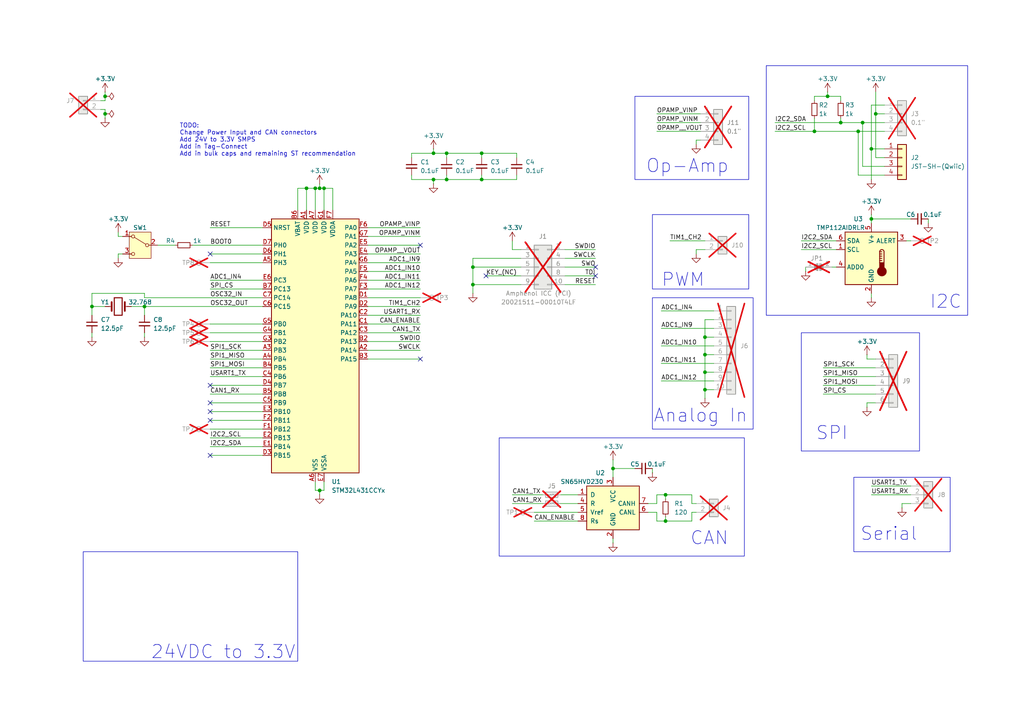
<source format=kicad_sch>
(kicad_sch (version 20231120) (generator "eeschema") (generator_version "8.0")
  (paper "A4")
  (lib_symbols
    (symbol "Connector:TestPoint" (pin_numbers hide) (pin_names (offset 0.762) hide)
      (property "Reference" "TP" (at 0 6.858 0))
      (property "Value" "TestPoint" (at 0 5.08 0))
      (symbol "TestPoint_1_1"
        (pin passive line (at 0 0 90) (length 2.54) (name "1") (number "1"))
      )
    )
    (symbol "Connector_Generic:Conn_01x02" (pin_names (offset 1.016) hide)
      (property "Reference" "J" (at 0 2.54 0))
      (property "Value" "Conn_01x02" (at 0 -5.08 0))
      (symbol "Conn_01x02_1_1"
        (pin passive line (at -5.08 0 0) (length 3.81) (name "Pin_1") (number "1"))
        (pin passive line (at -5.08 -2.54 0) (length 3.81) (name "Pin_2") (number "2"))
      )
    )
    (symbol "Connector_Generic:Conn_01x03" (pin_names (offset 1.016) hide)
      (property "Reference" "J" (at 0 5.08 0))
      (property "Value" "Conn_01x03" (at 0 -5.08 0))
      (symbol "Conn_01x03_1_1"
        (pin passive line (at -5.08 2.54 0) (length 3.81) (name "Pin_1") (number "1"))
        (pin passive line (at -5.08 0 0) (length 3.81) (name "Pin_2") (number "2"))
        (pin passive line (at -5.08 -2.54 0) (length 3.81) (name "Pin_3") (number "3"))
      )
    )
    (symbol "Connector_Generic:Conn_01x04" (pin_names (offset 1.016) hide)
      (property "Reference" "J" (at 0 5.08 0))
      (property "Value" "Conn_01x04" (at 0 -7.62 0))
      (symbol "Conn_01x04_1_1"
        (pin passive line (at -5.08 2.54 0) (length 3.81) (name "Pin_1") (number "1"))
        (pin passive line (at -5.08 0 0) (length 3.81) (name "Pin_2") (number "2"))
        (pin passive line (at -5.08 -2.54 0) (length 3.81) (name "Pin_3") (number "3"))
        (pin passive line (at -5.08 -5.08 0) (length 3.81) (name "Pin_4") (number "4"))
      )
    )
    (symbol "Connector_Generic:Conn_01x06" (pin_names (offset 1.016) hide)
      (property "Reference" "J" (at 0 7.62 0))
      (property "Value" "Conn_01x06" (at 0 -10.16 0))
      (symbol "Conn_01x06_1_1"
        (pin passive line (at -5.08 5.08 0) (length 3.81) (name "Pin_1") (number "1"))
        (pin passive line (at -5.08 2.54 0) (length 3.81) (name "Pin_2") (number "2"))
        (pin passive line (at -5.08 0 0) (length 3.81) (name "Pin_3") (number "3"))
        (pin passive line (at -5.08 -2.54 0) (length 3.81) (name "Pin_4") (number "4"))
        (pin passive line (at -5.08 -5.08 0) (length 3.81) (name "Pin_5") (number "5"))
        (pin passive line (at -5.08 -7.62 0) (length 3.81) (name "Pin_6") (number "6"))
      )
    )
    (symbol "Connector_Generic:Conn_01x10" (pin_names (offset 1.016) hide)
      (property "Reference" "J" (at 0 12.7 0))
      (property "Value" "Conn_01x10" (at 0 -15.24 0))
      (symbol "Conn_01x10_1_1"
        (pin passive line (at -5.08 10.16 0) (length 3.81) (name "Pin_1") (number "1"))
        (pin passive line (at -5.08 -12.7 0) (length 3.81) (name "Pin_10") (number "10"))
        (pin passive line (at -5.08 7.62 0) (length 3.81) (name "Pin_2") (number "2"))
        (pin passive line (at -5.08 5.08 0) (length 3.81) (name "Pin_3") (number "3"))
        (pin passive line (at -5.08 2.54 0) (length 3.81) (name "Pin_4") (number "4"))
        (pin passive line (at -5.08 0 0) (length 3.81) (name "Pin_5") (number "5"))
        (pin passive line (at -5.08 -2.54 0) (length 3.81) (name "Pin_6") (number "6"))
        (pin passive line (at -5.08 -5.08 0) (length 3.81) (name "Pin_7") (number "7"))
        (pin passive line (at -5.08 -7.62 0) (length 3.81) (name "Pin_8") (number "8"))
        (pin passive line (at -5.08 -10.16 0) (length 3.81) (name "Pin_9") (number "9"))
      )
    )
    (symbol "Connector_Generic:Conn_02x05_Odd_Even" (pin_names (offset 1.016) hide)
      (property "Reference" "J" (at 1.27 7.62 0))
      (property "Value" "Conn_02x05_Odd_Even" (at 1.27 -7.62 0))
      (symbol "Conn_02x05_Odd_Even_1_1"
        (pin passive line (at -5.08 5.08 0) (length 3.81) (name "Pin_1") (number "1"))
        (pin passive line (at 7.62 -5.08 180) (length 3.81) (name "Pin_10") (number "10"))
        (pin passive line (at 7.62 5.08 180) (length 3.81) (name "Pin_2") (number "2"))
        (pin passive line (at -5.08 2.54 0) (length 3.81) (name "Pin_3") (number "3"))
        (pin passive line (at 7.62 2.54 180) (length 3.81) (name "Pin_4") (number "4"))
        (pin passive line (at -5.08 0 0) (length 3.81) (name "Pin_5") (number "5"))
        (pin passive line (at 7.62 0 180) (length 3.81) (name "Pin_6") (number "6"))
        (pin passive line (at -5.08 -2.54 0) (length 3.81) (name "Pin_7") (number "7"))
        (pin passive line (at 7.62 -2.54 180) (length 3.81) (name "Pin_8") (number "8"))
        (pin passive line (at -5.08 -5.08 0) (length 3.81) (name "Pin_9") (number "9"))
      )
    )
    (symbol "Device:C_Small" (pin_numbers hide) (pin_names (offset 0.254) hide)
      (property "Reference" "C" (at 0.254 1.778 0))
      (property "Value" "C_Small" (at 0.254 -2.032 0))
      (symbol "C_Small_1_1"
        (pin passive line (at 0 2.54 270) (length 2.032) (name "~") (number "1"))
        (pin passive line (at 0 -2.54 90) (length 2.032) (name "~") (number "2"))
      )
    )
    (symbol "Device:Crystal" (pin_numbers hide) (pin_names (offset 1.016) hide)
      (property "Reference" "Y" (at 0 3.81 0))
      (property "Value" "Crystal" (at 0 -3.81 0))
      (symbol "Crystal_1_1"
        (pin passive line (at -3.81 0 0) (length 1.27) (name "1") (number "1"))
        (pin passive line (at 3.81 0 180) (length 1.27) (name "2") (number "2"))
      )
    )
    (symbol "Device:R_Small" (pin_numbers hide) (pin_names (offset 0.254) hide)
      (property "Reference" "R" (at 0.762 0.508 0))
      (property "Value" "R_Small" (at 0.762 -1.016 0))
      (symbol "R_Small_1_1"
        (pin passive line (at 0 2.54 270) (length 0.762) (name "~") (number "1"))
        (pin passive line (at 0 -2.54 90) (length 0.762) (name "~") (number "2"))
      )
    )
    (symbol "Interface_CAN_LIN:SN65HVD230" (pin_names (offset 1.016))
      (property "Reference" "U" (at -2.54 10.16 0))
      (property "Value" "SN65HVD230" (at -2.54 7.62 0))
      (symbol "SN65HVD230_1_1"
        (pin input line (at -10.16 2.54 0) (length 2.54) (name "D") (number "1"))
        (pin power_in line (at 0 -10.16 90) (length 2.54) (name "GND") (number "2"))
        (pin power_in line (at 0 7.62 270) (length 2.54) (name "VCC") (number "3"))
        (pin output line (at -10.16 0 0) (length 2.54) (name "R") (number "4"))
        (pin output line (at -10.16 -2.54 0) (length 2.54) (name "Vref") (number "5"))
        (pin bidirectional line (at 10.16 -2.54 180) (length 2.54) (name "CANL") (number "6"))
        (pin bidirectional line (at 10.16 0 180) (length 2.54) (name "CANH") (number "7"))
        (pin input line (at -10.16 -5.08 0) (length 2.54) (name "Rs") (number "8"))
      )
    )
    (symbol "Jumper:SolderJumper_2_Bridged" (pin_names (offset 0) hide)
      (property "Reference" "JP" (at 0 2.032 0))
      (property "Value" "SolderJumper_2_Bridged" (at 0 -2.54 0))
      (symbol "SolderJumper_2_Bridged_1_1"
        (pin passive line (at -3.81 0 0) (length 2.54) (name "A") (number "1"))
        (pin passive line (at 3.81 0 180) (length 2.54) (name "B") (number "2"))
      )
    )
    (symbol "MCU_ST_STM32L4:STM32L431CCYx"
      (property "Reference" "U" (at -12.7 39.37 0))
      (property "Value" "STM32L431CCYx" (at 7.62 39.37 0))
      (symbol "STM32L431CCYx_1_1"
        (pin power_in line (at -2.54 40.64 270) (length 2.54) (name "VDD") (number "A1"))
        (pin bidirectional line (at 15.24 0 180) (length 2.54) (name "PA14") (number "A2"))
        (pin bidirectional line (at -15.24 0 0) (length 2.54) (name "PB3") (number "A3"))
        (pin bidirectional line (at -15.24 -2.54 0) (length 2.54) (name "PB4") (number "A4"))
        (pin bidirectional line (at -15.24 25.4 0) (length 2.54) (name "PH3") (number "A5"))
        (pin power_in line (at 0 -38.1 90) (length 2.54) (name "VSS") (number "A6"))
        (pin power_in line (at 0 40.64 270) (length 2.54) (name "VDD") (number "A7"))
        (pin passive line (at 0 -38.1 90) (length 2.54) hide (name "VSS") (number "B1"))
        (pin bidirectional line (at 15.24 2.54 180) (length 2.54) (name "PA13") (number "B2"))
        (pin bidirectional line (at 15.24 -2.54 180) (length 2.54) (name "PA15") (number "B3"))
        (pin bidirectional line (at -15.24 -5.08 0) (length 2.54) (name "PB5") (number "B4"))
        (pin bidirectional line (at -15.24 -12.7 0) (length 2.54) (name "PB8") (number "B5"))
        (pin power_in line (at -5.08 40.64 270) (length 2.54) (name "VBAT") (number "B6"))
        (pin bidirectional line (at -15.24 17.78 0) (length 2.54) (name "PC13") (number "B7"))
        (pin bidirectional line (at 15.24 7.62 180) (length 2.54) (name "PA11") (number "C1"))
        (pin bidirectional line (at 15.24 10.16 180) (length 2.54) (name "PA10") (number "C2"))
        (pin bidirectional line (at 15.24 5.08 180) (length 2.54) (name "PA12") (number "C3"))
        (pin bidirectional line (at -15.24 -7.62 0) (length 2.54) (name "PB6") (number "C4"))
        (pin bidirectional line (at -15.24 -15.24 0) (length 2.54) (name "PB9") (number "C5"))
        (pin bidirectional line (at -15.24 12.7 0) (length 2.54) (name "PC15") (number "C6"))
        (pin bidirectional line (at -15.24 15.24 0) (length 2.54) (name "PC14") (number "C7"))
        (pin bidirectional line (at 15.24 15.24 180) (length 2.54) (name "PA8") (number "D1"))
        (pin bidirectional line (at 15.24 12.7 180) (length 2.54) (name "PA9") (number "D2"))
        (pin bidirectional line (at -15.24 -30.48 0) (length 2.54) (name "PB15") (number "D3"))
        (pin bidirectional line (at -15.24 -10.16 0) (length 2.54) (name "PB7") (number "D4"))
        (pin input line (at -15.24 35.56 0) (length 2.54) (name "NRST") (number "D5"))
        (pin bidirectional line (at -15.24 27.94 0) (length 2.54) (name "PH1") (number "D6"))
        (pin bidirectional line (at -15.24 30.48 0) (length 2.54) (name "PH0") (number "D7"))
        (pin bidirectional line (at -15.24 -27.94 0) (length 2.54) (name "PB14") (number "E1"))
        (pin bidirectional line (at -15.24 -25.4 0) (length 2.54) (name "PB13") (number "E2"))
        (pin bidirectional line (at -15.24 -17.78 0) (length 2.54) (name "PB10") (number "E3"))
        (pin bidirectional line (at 15.24 27.94 180) (length 2.54) (name "PA3") (number "E4"))
        (pin bidirectional line (at 15.24 30.48 180) (length 2.54) (name "PA2") (number "E5"))
        (pin bidirectional line (at -15.24 20.32 0) (length 2.54) (name "PC3") (number "E6"))
        (pin power_in line (at 2.54 -38.1 90) (length 2.54) (name "VSSA") (number "E7"))
        (pin bidirectional line (at -15.24 -22.86 0) (length 2.54) (name "PB12") (number "F1"))
        (pin bidirectional line (at -15.24 -20.32 0) (length 2.54) (name "PB11") (number "F2"))
        (pin bidirectional line (at 15.24 17.78 180) (length 2.54) (name "PA7") (number "F3"))
        (pin bidirectional line (at 15.24 20.32 180) (length 2.54) (name "PA6") (number "F4"))
        (pin bidirectional line (at 15.24 22.86 180) (length 2.54) (name "PA5") (number "F5"))
        (pin bidirectional line (at 15.24 35.56 180) (length 2.54) (name "PA0") (number "F6"))
        (pin power_in line (at 5.08 40.64 270) (length 2.54) (name "VDDA") (number "F7"))
        (pin power_in line (at 2.54 40.64 270) (length 2.54) (name "VDD") (number "G1"))
        (pin passive line (at 0 -38.1 90) (length 2.54) hide (name "VSS") (number "G2"))
        (pin bidirectional line (at -15.24 2.54 0) (length 2.54) (name "PB2") (number "G3"))
        (pin bidirectional line (at -15.24 5.08 0) (length 2.54) (name "PB1") (number "G4"))
        (pin bidirectional line (at -15.24 7.62 0) (length 2.54) (name "PB0") (number "G5"))
        (pin bidirectional line (at 15.24 25.4 180) (length 2.54) (name "PA4") (number "G6"))
        (pin bidirectional line (at 15.24 33.02 180) (length 2.54) (name "PA1") (number "G7"))
      )
    )
    (symbol "SKEC_Symbols:RX_TX_Swap" (pin_numbers hide) (pin_names (offset 0.254) hide) (in_bom no)
      (symbol "RX_TX_Swap_1_1"
        (text "JUMPER" (at 0 -2.54 0) (effects (font (size 0.5 0.5))))
        (text "JUMPER" (at 0 0 0) (effects (font (size 0.5 0.5))))
        (pin passive line (at -2.54 0 0) (length 0.762) (name "~") (number "1A"))
        (pin passive line (at -2.54 -2.54 0) (length 0.762) (name "~") (number "1B"))
        (pin passive line (at 2.54 0 180) (length 0.762) (name "~") (number "2A"))
        (pin passive line (at 2.54 -2.54 180) (length 0.762) (name "~") (number "2B"))
      )
    )
    (symbol "Sensor_Temperature:TMP112xxDRL"
      (property "Reference" "U" (at -2.54 10.795 0))
      (property "Value" "TMP112xxDRL" (at -2.54 8.89 0))
      (symbol "TMP112xxDRL_1_1"
        (pin input line (at -10.16 2.54 0) (length 2.54) (name "SCL") (number "1"))
        (pin power_in line (at 0 -10.16 90) (length 2.54) (name "GND") (number "2"))
        (pin open_collector line (at 10.16 5.08 180) (length 2.54) (name "ALERT") (number "3"))
        (pin input line (at -10.16 -2.54 0) (length 2.54) (name "ADD0") (number "4"))
        (pin power_in line (at 0 10.16 270) (length 2.54) (name "V+") (number "5"))
        (pin bidirectional line (at -10.16 5.08 0) (length 2.54) (name "SDA") (number "6"))
      )
    )
    (symbol "Switch:SW_SPDT" (pin_names (offset 0) hide)
      (property "Reference" "SW" (at 0 5.08 0))
      (property "Value" "SW_SPDT" (at 0 -5.08 0))
      (symbol "SW_SPDT_1_1"
        (pin passive line (at 5.08 2.54 180) (length 2.54) (name "A") (number "1"))
        (pin passive line (at -5.08 0 0) (length 2.54) (name "B") (number "2"))
        (pin passive line (at 5.08 -2.54 180) (length 2.54) (name "C") (number "3"))
      )
    )
    (symbol "power:+3.3V" (power) (pin_numbers hide) (pin_names (offset 0) hide)
      (property "Value" "+3.3V" (at 0 3.556 0))
      (symbol "+3.3V_1_1"
        (pin power_in line (at 0 0 90) (length 0) (name "~") (number "1"))
      )
    )
    (symbol "power:GND" (power) (pin_numbers hide) (pin_names (offset 0) hide)
      (property "Value" "GND" (at 0 -3.81 0))
      (symbol "GND_1_1"
        (pin power_in line (at 0 0 270) (length 0) (name "~") (number "1"))
      )
    )
    (symbol "power:PWR_FLAG" (power) (pin_numbers hide) (pin_names (offset 0) hide)
      (property "Value" "PWR_FLAG" (at 0 3.81 0))
      (symbol "PWR_FLAG_0_0"
        (pin power_out line (at 0 0 90) (length 0) (name "~") (number "1"))
      )
    )
  )
  (junction (at 204.47 107.95))
  (junction (at 88.9 54.61))
  (junction (at 129.54 44.45))
  (junction (at 193.04 151.13))
  (junction (at 92.71 142.24))
  (junction (at 252.73 43.18))
  (junction (at 139.7 44.45))
  (junction (at 243.84 35.56))
  (junction (at 252.73 63.5))
  (junction (at 240.03 27.94))
  (junction (at 91.44 54.61))
  (junction (at 92.71 54.61))
  (junction (at 139.7 52.07))
  (junction (at 204.47 97.79))
  (junction (at 30.48 33.02))
  (junction (at 250.19 35.56))
  (junction (at 41.91 88.9))
  (junction (at 129.54 52.07))
  (junction (at 125.73 52.07))
  (junction (at 93.98 54.61))
  (junction (at 248.92 38.1))
  (junction (at 177.8 135.89))
  (junction (at 137.16 77.47))
  (junction (at 137.16 82.55))
  (junction (at 193.04 143.51))
  (junction (at 204.47 102.87))
  (junction (at 254 33.02))
  (junction (at 204.47 113.03))
  (junction (at 125.73 44.45))
  (junction (at 30.48 27.94))
  (junction (at 236.22 38.1))
  (junction (at 26.67 88.9))
  (no_connect (at 60.96 116.84))
  (no_connect (at 60.96 73.66))
  (no_connect (at 121.92 104.14))
  (no_connect (at 140.97 80.01))
  (no_connect (at 60.96 119.38))
  (no_connect (at 60.96 121.92))
  (no_connect (at 172.72 80.01))
  (no_connect (at 172.72 77.47))
  (no_connect (at 60.96 111.76))
  (no_connect (at 121.92 71.12))
  (no_connect (at 60.96 132.08))
  (wire (pts (xy 137.16 77.47) (xy 151.13 77.47)))
  (wire (pts (xy 93.98 139.7) (xy 93.98 142.24)))
  (wire (pts (xy 254 114.3) (xy 238.76 114.3)))
  (wire (pts (xy 187.96 146.05) (xy 190.5 146.05)))
  (wire (pts (xy 203.2 33.02) (xy 190.5 33.02)))
  (wire (pts (xy 254 45.72) (xy 256.54 45.72)))
  (wire (pts (xy 207.01 102.87) (xy 204.47 102.87)))
  (wire (pts (xy 261.62 146.05) (xy 264.16 146.05)))
  (wire (pts (xy 129.54 44.45) (xy 125.73 44.45)))
  (wire (pts (xy 190.5 148.59) (xy 190.5 151.13)))
  (wire (pts (xy 177.8 133.35) (xy 177.8 135.89)))
  (wire (pts (xy 26.67 96.52) (xy 26.67 97.79)))
  (wire (pts (xy 204.47 115.57) (xy 204.47 113.03)))
  (wire (pts (xy 60.96 109.22) (xy 76.2 109.22)))
  (wire (pts (xy 106.68 99.06) (xy 121.92 99.06)))
  (wire (pts (xy 201.93 72.39) (xy 201.93 73.66)))
  (wire (pts (xy 243.84 29.21) (xy 243.84 27.94)))
  (wire (pts (xy 207.01 97.79) (xy 204.47 97.79)))
  (wire (pts (xy 30.48 33.02) (xy 30.48 34.29)))
  (wire (pts (xy 203.2 35.56) (xy 190.5 35.56)))
  (wire (pts (xy 238.76 109.22) (xy 254 109.22)))
  (wire (pts (xy 137.16 82.55) (xy 137.16 85.09)))
  (wire (pts (xy 201.93 148.59) (xy 200.66 148.59)))
  (wire (pts (xy 106.68 93.98) (xy 121.92 93.98)))
  (wire (pts (xy 60.96 127) (xy 76.2 127)))
  (wire (pts (xy 76.2 66.04) (xy 60.96 66.04)))
  (wire (pts (xy 177.8 135.89) (xy 184.15 135.89)))
  (wire (pts (xy 93.98 142.24) (xy 92.71 142.24)))
  (wire (pts (xy 236.22 34.29) (xy 236.22 38.1)))
  (wire (pts (xy 251.46 116.84) (xy 254 116.84)))
  (wire (pts (xy 26.67 88.9) (xy 26.67 91.44)))
  (wire (pts (xy 163.83 80.01) (xy 172.72 80.01)))
  (wire (pts (xy 106.68 101.6) (xy 121.92 101.6)))
  (wire (pts (xy 148.59 146.05) (xy 157.48 146.05)))
  (wire (pts (xy 193.04 143.51) (xy 200.66 143.51)))
  (wire (pts (xy 207.01 95.25) (xy 191.77 95.25)))
  (wire (pts (xy 55.88 71.12) (xy 76.2 71.12)))
  (wire (pts (xy 207.01 113.03) (xy 204.47 113.03)))
  (wire (pts (xy 137.16 82.55) (xy 151.13 82.55)))
  (wire (pts (xy 248.92 50.8) (xy 248.92 38.1)))
  (wire (pts (xy 204.47 113.03) (xy 204.47 107.95)))
  (wire (pts (xy 34.29 67.31) (xy 34.29 68.58)))
  (wire (pts (xy 252.73 63.5) (xy 252.73 64.77)))
  (wire (pts (xy 252.73 85.09) (xy 252.73 86.36)))
  (wire (pts (xy 207.01 100.33) (xy 191.77 100.33)))
  (wire (pts (xy 250.19 35.56) (xy 250.19 48.26)))
  (wire (pts (xy 41.91 88.9) (xy 41.91 91.44)))
  (wire (pts (xy 139.7 44.45) (xy 129.54 44.45)))
  (wire (pts (xy 41.91 85.09) (xy 26.67 85.09)))
  (wire (pts (xy 106.68 86.36) (xy 121.92 86.36)))
  (wire (pts (xy 201.93 72.39) (xy 204.47 72.39)))
  (wire (pts (xy 248.92 38.1) (xy 256.54 38.1)))
  (wire (pts (xy 256.54 30.48) (xy 252.73 30.48)))
  (wire (pts (xy 177.8 156.21) (xy 177.8 157.48)))
  (wire (pts (xy 252.73 62.23) (xy 252.73 63.5)))
  (wire (pts (xy 149.86 45.72) (xy 149.86 44.45)))
  (wire (pts (xy 60.96 111.76) (xy 76.2 111.76)))
  (wire (pts (xy 60.96 129.54) (xy 76.2 129.54)))
  (wire (pts (xy 243.84 35.56) (xy 250.19 35.56)))
  (wire (pts (xy 252.73 43.18) (xy 256.54 43.18)))
  (wire (pts (xy 125.73 44.45) (xy 119.38 44.45)))
  (wire (pts (xy 207.01 110.49) (xy 191.77 110.49)))
  (wire (pts (xy 106.68 83.82) (xy 121.92 83.82)))
  (wire (pts (xy 251.46 104.14) (xy 254 104.14)))
  (wire (pts (xy 45.72 71.12) (xy 50.8 71.12)))
  (wire (pts (xy 92.71 54.61) (xy 93.98 54.61)))
  (wire (pts (xy 106.68 76.2) (xy 121.92 76.2)))
  (wire (pts (xy 60.96 124.46) (xy 76.2 124.46)))
  (wire (pts (xy 232.41 69.85) (xy 242.57 69.85)))
  (wire (pts (xy 106.68 78.74) (xy 121.92 78.74)))
  (wire (pts (xy 92.71 53.34) (xy 92.71 54.61)))
  (wire (pts (xy 106.68 88.9) (xy 121.92 88.9)))
  (wire (pts (xy 91.44 54.61) (xy 92.71 54.61)))
  (wire (pts (xy 91.44 60.96) (xy 91.44 54.61)))
  (wire (pts (xy 60.96 119.38) (xy 76.2 119.38)))
  (wire (pts (xy 106.68 66.04) (xy 121.92 66.04)))
  (wire (pts (xy 60.96 132.08) (xy 76.2 132.08)))
  (wire (pts (xy 224.79 35.56) (xy 243.84 35.56)))
  (wire (pts (xy 137.16 74.93) (xy 151.13 74.93)))
  (wire (pts (xy 139.7 52.07) (xy 149.86 52.07)))
  (wire (pts (xy 254 33.02) (xy 254 45.72)))
  (wire (pts (xy 60.96 73.66) (xy 76.2 73.66)))
  (wire (pts (xy 251.46 118.11) (xy 251.46 116.84)))
  (wire (pts (xy 236.22 38.1) (xy 248.92 38.1)))
  (wire (pts (xy 125.73 52.07) (xy 129.54 52.07)))
  (wire (pts (xy 139.7 50.8) (xy 139.7 52.07)))
  (wire (pts (xy 154.94 151.13) (xy 167.64 151.13)))
  (wire (pts (xy 148.59 72.39) (xy 151.13 72.39)))
  (wire (pts (xy 148.59 143.51) (xy 157.48 143.51)))
  (wire (pts (xy 254 106.68) (xy 238.76 106.68)))
  (wire (pts (xy 262.89 69.85) (xy 264.16 69.85)))
  (wire (pts (xy 106.68 91.44) (xy 121.92 91.44)))
  (wire (pts (xy 200.66 148.59) (xy 200.66 151.13)))
  (wire (pts (xy 204.47 97.79) (xy 204.47 92.71)))
  (wire (pts (xy 129.54 52.07) (xy 139.7 52.07)))
  (wire (pts (xy 106.68 68.58) (xy 121.92 68.58)))
  (wire (pts (xy 60.96 76.2) (xy 76.2 76.2)))
  (wire (pts (xy 26.67 88.9) (xy 30.48 88.9)))
  (wire (pts (xy 162.56 143.51) (xy 167.64 143.51)))
  (wire (pts (xy 177.8 135.89) (xy 177.8 138.43)))
  (wire (pts (xy 193.04 143.51) (xy 193.04 144.78)))
  (wire (pts (xy 224.79 38.1) (xy 236.22 38.1)))
  (wire (pts (xy 41.91 88.9) (xy 76.2 88.9)))
  (wire (pts (xy 60.96 99.06) (xy 76.2 99.06)))
  (wire (pts (xy 106.68 96.52) (xy 121.92 96.52)))
  (wire (pts (xy 163.83 77.47) (xy 172.72 77.47)))
  (wire (pts (xy 240.03 27.94) (xy 236.22 27.94)))
  (wire (pts (xy 241.3 77.47) (xy 242.57 77.47)))
  (wire (pts (xy 243.84 34.29) (xy 243.84 35.56)))
  (wire (pts (xy 148.59 69.85) (xy 148.59 72.39)))
  (wire (pts (xy 269.24 63.5) (xy 269.24 64.77)))
  (wire (pts (xy 106.68 104.14) (xy 121.92 104.14)))
  (wire (pts (xy 207.01 107.95) (xy 204.47 107.95)))
  (wire (pts (xy 137.16 74.93) (xy 137.16 77.47)))
  (wire (pts (xy 92.71 142.24) (xy 91.44 142.24)))
  (wire (pts (xy 38.1 88.9) (xy 41.91 88.9)))
  (wire (pts (xy 125.73 52.07) (xy 125.73 53.34)))
  (wire (pts (xy 193.04 151.13) (xy 200.66 151.13)))
  (wire (pts (xy 194.31 69.85) (xy 204.47 69.85)))
  (wire (pts (xy 203.2 38.1) (xy 190.5 38.1)))
  (wire (pts (xy 162.56 146.05) (xy 167.64 146.05)))
  (wire (pts (xy 200.66 146.05) (xy 200.66 143.51)))
  (wire (pts (xy 252.73 43.18) (xy 252.73 52.07)))
  (wire (pts (xy 261.62 147.32) (xy 261.62 146.05)))
  (wire (pts (xy 254 33.02) (xy 256.54 33.02)))
  (wire (pts (xy 238.76 111.76) (xy 254 111.76)))
  (wire (pts (xy 119.38 52.07) (xy 119.38 50.8)))
  (wire (pts (xy 34.29 68.58) (xy 35.56 68.58)))
  (wire (pts (xy 163.83 74.93) (xy 172.72 74.93)))
  (wire (pts (xy 96.52 54.61) (xy 93.98 54.61)))
  (wire (pts (xy 264.16 143.51) (xy 252.73 143.51)))
  (wire (pts (xy 88.9 60.96) (xy 88.9 54.61)))
  (wire (pts (xy 137.16 77.47) (xy 137.16 82.55)))
  (wire (pts (xy 190.5 143.51) (xy 193.04 143.51)))
  (wire (pts (xy 251.46 102.87) (xy 251.46 104.14)))
  (wire (pts (xy 60.96 116.84) (xy 76.2 116.84)))
  (wire (pts (xy 60.96 104.14) (xy 76.2 104.14)))
  (wire (pts (xy 92.71 142.24) (xy 92.71 143.51)))
  (wire (pts (xy 149.86 52.07) (xy 149.86 50.8)))
  (wire (pts (xy 129.54 50.8) (xy 129.54 52.07)))
  (wire (pts (xy 232.41 72.39) (xy 242.57 72.39)))
  (wire (pts (xy 139.7 44.45) (xy 139.7 45.72)))
  (wire (pts (xy 140.97 80.01) (xy 151.13 80.01)))
  (wire (pts (xy 243.84 27.94) (xy 240.03 27.94)))
  (wire (pts (xy 129.54 44.45) (xy 129.54 45.72)))
  (wire (pts (xy 250.19 48.26) (xy 256.54 48.26)))
  (wire (pts (xy 88.9 54.61) (xy 91.44 54.61)))
  (wire (pts (xy 187.96 148.59) (xy 190.5 148.59)))
  (wire (pts (xy 96.52 60.96) (xy 96.52 54.61)))
  (wire (pts (xy 60.96 93.98) (xy 76.2 93.98)))
  (wire (pts (xy 204.47 102.87) (xy 204.47 97.79)))
  (wire (pts (xy 125.73 52.07) (xy 119.38 52.07)))
  (wire (pts (xy 204.47 92.71) (xy 207.01 92.71)))
  (wire (pts (xy 201.93 41.91) (xy 201.93 40.64)))
  (wire (pts (xy 60.96 101.6) (xy 76.2 101.6)))
  (wire (pts (xy 252.73 30.48) (xy 252.73 43.18)))
  (wire (pts (xy 30.48 29.21) (xy 30.48 27.94)))
  (wire (pts (xy 29.21 31.75) (xy 30.48 31.75)))
  (wire (pts (xy 60.96 121.92) (xy 76.2 121.92)))
  (wire (pts (xy 256.54 35.56) (xy 250.19 35.56)))
  (wire (pts (xy 207.01 105.41) (xy 191.77 105.41)))
  (wire (pts (xy 119.38 44.45) (xy 119.38 45.72)))
  (wire (pts (xy 86.36 54.61) (xy 88.9 54.61)))
  (wire (pts (xy 29.21 29.21) (xy 30.48 29.21)))
  (wire (pts (xy 60.96 81.28) (xy 76.2 81.28)))
  (wire (pts (xy 149.86 44.45) (xy 139.7 44.45)))
  (wire (pts (xy 193.04 149.86) (xy 193.04 151.13)))
  (wire (pts (xy 190.5 146.05) (xy 190.5 143.51)))
  (wire (pts (xy 252.73 63.5) (xy 264.16 63.5)))
  (wire (pts (xy 240.03 26.67) (xy 240.03 27.94)))
  (wire (pts (xy 34.29 74.93) (xy 34.29 73.66)))
  (wire (pts (xy 106.68 73.66) (xy 121.92 73.66)))
  (wire (pts (xy 26.67 85.09) (xy 26.67 88.9)))
  (wire (pts (xy 41.91 96.52) (xy 41.91 97.79)))
  (wire (pts (xy 30.48 31.75) (xy 30.48 33.02)))
  (wire (pts (xy 207.01 90.17) (xy 191.77 90.17)))
  (wire (pts (xy 91.44 142.24) (xy 91.44 139.7)))
  (wire (pts (xy 190.5 151.13) (xy 193.04 151.13)))
  (wire (pts (xy 163.83 82.55) (xy 172.72 82.55)))
  (wire (pts (xy 236.22 27.94) (xy 236.22 29.21)))
  (wire (pts (xy 201.93 40.64) (xy 203.2 40.64)))
  (wire (pts (xy 125.73 43.18) (xy 125.73 44.45)))
  (wire (pts (xy 34.29 73.66) (xy 35.56 73.66)))
  (wire (pts (xy 256.54 50.8) (xy 248.92 50.8)))
  (wire (pts (xy 204.47 107.95) (xy 204.47 102.87)))
  (wire (pts (xy 60.96 83.82) (xy 76.2 83.82)))
  (wire (pts (xy 189.23 135.89) (xy 189.23 137.16)))
  (wire (pts (xy 60.96 114.3) (xy 76.2 114.3)))
  (wire (pts (xy 163.83 72.39) (xy 172.72 72.39)))
  (wire (pts (xy 60.96 96.52) (xy 76.2 96.52)))
  (wire (pts (xy 86.36 60.96) (xy 86.36 54.61)))
  (wire (pts (xy 41.91 86.36) (xy 76.2 86.36)))
  (wire (pts (xy 30.48 27.94) (xy 30.48 26.67)))
  (wire (pts (xy 60.96 106.68) (xy 76.2 106.68)))
  (wire (pts (xy 254 26.67) (xy 254 33.02)))
  (wire (pts (xy 264.16 140.97) (xy 252.73 140.97)))
  (wire (pts (xy 201.93 146.05) (xy 200.66 146.05)))
  (wire (pts (xy 41.91 86.36) (xy 41.91 85.09)))
  (wire (pts (xy 93.98 54.61) (xy 93.98 60.96)))
  (wire (pts (xy 154.94 148.59) (xy 167.64 148.59)))
  (wire (pts (xy 233.68 78.74) (xy 233.68 77.47)))
  (wire (pts (xy 106.68 81.28) (xy 121.92 81.28)))
  (wire (pts (xy 106.68 71.12) (xy 121.92 71.12)))
  (rectangle (start 247.65 138.43) (end 275.59 160.02))
  (rectangle (start 184.15 27.94) (end 217.17 52.07))
  (rectangle (start 24.13 160.02) (end 86.36 191.77))
  (rectangle (start 189.23 86.36) (end 218.44 124.46))
  (rectangle (start 144.78 127) (end 215.9 161.29))
  (rectangle (start 222.25 19.05) (end 280.67 91.44))
  (rectangle (start 189.23 62.23) (end 217.17 83.82))
  (rectangle (start 232.41 96.52) (end 266.7 130.81))
  (text "TODO:\nChange Power Input and CAN connectors\nAdd 24V to 3.3V SMPS\nAdd in Tag-Connect\nAdd in bulk caps and remaining ST recommendation" (at 52.07 40.64 0) (effects (font (size 1.27 1.27)) (justify left)))
  (text "24VDC to 3.3V" (at 64.77 189.23 0) (effects (font (size 3.81 3.81))))
  (text "PWM" (at 198.12 81.28 0) (effects (font (size 3.81 3.81))))
  (text "Analog In" (at 203.2 120.65 0) (effects (font (size 3.81 3.81))))
  (text "Op-Amp" (at 199.39 48.26 0) (effects (font (size 3.81 3.81))))
  (text "SPI" (at 241.3 125.73 0) (effects (font (size 3.81 3.81))))
  (text "CAN" (at 205.74 156.21 0) (effects (font (size 3.81 3.81))))
  (text "I2C" (at 274.32 87.63 0) (effects (font (size 3.81 3.81))))
  (text "Serial" (at 257.81 154.94 0) (effects (font (size 3.81 3.81))))
  (label "ADC1_IN9" (at 121.92 76.2 180))
  (label "OSC32_OUT" (at 60.96 88.9 0))
  (label "USART1_TX" (at 60.96 109.22 0))
  (label "ADC1_IN4" (at 60.96 81.28 0))
  (label "OPAMP_VINP" (at 121.92 66.04 180))
  (label "CAN_ENABLE" (at 154.94 151.13 0))
  (label "SWDIO" (at 172.72 72.39 180))
  (label "OPAMP__VOUT" (at 190.5 38.1 0))
  (label "I2C2_SCL" (at 60.96 127 0))
  (label "CAN_ENABLE" (at 121.92 93.98 180))
  (label "ADC1_IN12" (at 191.77 110.49 0))
  (label "OPAMP_VINP" (at 190.5 33.02 0))
  (label "BOOT0" (at 60.96 71.12 0))
  (label "OPAMP_VINM" (at 190.5 35.56 0))
  (label "USART1_TX" (at 252.73 140.97 0))
  (label "RESET" (at 172.72 82.55 180))
  (label "OPAMP_VINM" (at 121.92 68.58 180))
  (label "SWCLK" (at 172.72 74.93 180))
  (label "I2C2_SDA" (at 224.79 35.56 0))
  (label "I2C2_SDA" (at 60.96 129.54 0))
  (label "ADC1_IN11" (at 121.92 81.28 180))
  (label "USART1_RX" (at 121.92 91.44 180))
  (label "SPI1_MISO" (at 238.76 109.22 0))
  (label "RESET" (at 60.96 66.04 0))
  (label "ADC1_IN12" (at 121.92 83.82 180))
  (label "SPI1_SCK" (at 238.76 106.68 0))
  (label "ADC1_IN11" (at 191.77 105.41 0))
  (label "TIM1_CH2" (at 121.92 88.9 180))
  (label "SPI1_MISO" (at 60.96 104.14 0))
  (label "ADC1_IN4" (at 191.77 90.17 0))
  (label "I2C2_SCL" (at 224.79 38.1 0))
  (label "ADC1_IN9" (at 191.77 95.25 0))
  (label "SPI_CS" (at 238.76 114.3 0))
  (label "SWO" (at 172.72 77.47 180))
  (label "OSC32_IN" (at 60.96 86.36 0))
  (label "OPAMP__VOUT" (at 121.92 73.66 180))
  (label "I2C2_SDA" (at 232.41 69.85 0))
  (label "SPI_CS" (at 60.96 83.82 0))
  (label "SPI1_MOSI" (at 238.76 111.76 0))
  (label "ADC1_IN10" (at 191.77 100.33 0))
  (label "CAN1_TX" (at 148.59 143.51 0))
  (label "TDI" (at 172.72 80.01 180))
  (label "USART1_RX" (at 252.73 143.51 0))
  (label "SPI1_MOSI" (at 60.96 106.68 0))
  (label "I2C2_SCL" (at 232.41 72.39 0))
  (label "SWCLK" (at 121.92 101.6 180))
  (label "ADC1_IN10" (at 121.92 78.74 180))
  (label "CAN1_RX" (at 60.96 114.3 0))
  (label "SWDIO" (at 121.92 99.06 180))
  (label "KEY_(NC)" (at 140.97 80.01 0))
  (label "SPI1_SCK" (at 60.96 101.6 0))
  (label "CAN1_RX" (at 148.59 146.05 0))
  (label "TIM1_CH2" (at 194.31 69.85 0))
  (label "CAN1_TX" (at 121.92 96.52 180))
  (symbol (lib_id "power:+3.3V") (at 125.73 43.18 0) (unit 1)
    (property "Reference" "#PWR05" (effects (hide yes)))
    (property "Value" "+3.3V" (at 125.73 39.37 0))
    (property "Description" "Power symbol creates a global label with name \"+3.3V\"" (effects (hide yes)))
  )
  (symbol (lib_id "Connector_Generic:Conn_01x04") (at 261.62 33.02 0) (unit 1) (in_bom no) (dnp yes)
    (property "Reference" "J3" (at 264.16 33.0199 0) (effects (justify left)))
    (property "Value" "0.1\"" (at 264.16 35.5599 0) (effects (justify left)))
    (property "Footprint" "Connector_PinHeader_2.54mm:PinHeader_1x04_P2.54mm_Vertical" (effects (hide yes)))
    (property "Description" "Generic connector, single row, 01x04, script generated (kicad-library-utils/schlib/autogen/connector/)" (effects (hide yes)))
  )
  (symbol (lib_id "Device:C_Small") (at 186.69 135.89 90) (unit 1)
    (property "Reference" "C5" (at 184.15 134.62 90))
    (property "Value" "0.1uF" (at 190.5 134.62 90))
    (property "Footprint" "Capacitor_SMD:C_0402_1005Metric_Pad0.74x0.62mm_HandSolder" (effects (hide yes)))
    (property "Description" "Unpolarized capacitor, small symbol" (effects (hide yes)))
    (property "LCSC Part #" "C60474" (effects (hide yes)))
    (property "Mfg" "Yageo" (effects (hide yes)))
    (property "Part Num" "CC0402KRX7R7BB104" (effects (hide yes)))
  )
  (symbol (lib_id "Connector:TestPoint") (at 60.96 96.52 90) (unit 1) (in_bom no) (dnp yes)
    (property "Reference" "TP5" (at 54.61 96.52 90))
    (property "Value" "TestPoint" (effects (hide yes)))
    (property "Footprint" "TestPoint:TestPoint_Pad_1.0x1.0mm" (effects (hide yes)))
    (property "Description" "test point" (effects (hide yes)))
  )
  (symbol (lib_id "power:GND") (at 269.24 64.77 0) (unit 1)
    (property "Reference" "#PWR017" (effects (hide yes)))
    (property "Value" "GND" (effects (hide yes)))
    (property "Description" "Power symbol creates a global label with name \"GND\" , ground" (effects (hide yes)))
  )
  (symbol (lib_id "Connector:TestPoint") (at 60.96 99.06 90) (unit 1) (in_bom no) (dnp yes)
    (property "Reference" "TP6" (at 54.61 99.06 90))
    (property "Value" "TestPoint" (effects (hide yes)))
    (property "Footprint" "TestPoint:TestPoint_Pad_1.0x1.0mm" (effects (hide yes)))
    (property "Description" "test point" (effects (hide yes)))
  )
  (symbol (lib_id "power:GND") (at 261.62 147.32 0) (mirror y) (unit 1)
    (property "Reference" "#PWR020" (effects (hide yes)))
    (property "Value" "GND" (effects (hide yes)))
    (property "Description" "Power symbol creates a global label with name \"GND\" , ground" (effects (hide yes)))
  )
  (symbol (lib_id "power:GND") (at 30.48 34.29 0) (unit 1)
    (property "Reference" "#PWR015" (effects (hide yes)))
    (property "Value" "GND" (effects (hide yes)))
    (property "Description" "Power symbol creates a global label with name \"GND\" , ground" (effects (hide yes)))
  )
  (symbol (lib_id "power:GND") (at 252.73 86.36 0) (unit 1)
    (property "Reference" "#PWR018" (effects (hide yes)))
    (property "Value" "GND" (effects (hide yes)))
    (property "Description" "Power symbol creates a global label with name \"GND\" , ground" (effects (hide yes)))
  )
  (symbol (lib_id "Connector:TestPoint") (at 121.92 86.36 270) (unit 1) (dnp yes)
    (property "Reference" "TP3" (at 128.27 86.36 90))
    (property "Value" "TestPoint" (effects (hide yes)))
    (property "Footprint" "TestPoint:TestPoint_Pad_1.0x1.0mm" (effects (hide yes)))
    (property "Description" "test point" (effects (hide yes)))
  )
  (symbol (lib_id "power:PWR_FLAG") (at 30.48 33.02 270) (unit 1)
    (property "Reference" "#FLG02" (effects (hide yes)))
    (property "Value" "PWR_FLAG" (effects (hide yes)))
    (property "Description" "Special symbol for telling ERC where power comes from" (effects (hide yes)))
  )
  (symbol (lib_id "Device:C_Small") (at 119.38 48.26 0) (unit 1)
    (property "Reference" "C1" (at 121.92 46.9962 0) (effects (justify left)))
    (property "Value" "0.1uF" (at 121.92 49.5362 0) (effects (justify left)))
    (property "Footprint" "Capacitor_SMD:C_0402_1005Metric_Pad0.74x0.62mm_HandSolder" (effects (hide yes)))
    (property "Description" "Unpolarized capacitor, small symbol" (effects (hide yes)))
    (property "LCSC Part #" "C60474" (effects (hide yes)))
    (property "Mfg" "Yageo" (effects (hide yes)))
    (property "Part Num" "CC0402KRX7R7BB104" (effects (hide yes)))
  )
  (symbol (lib_id "power:GND") (at 137.16 85.09 0) (unit 1)
    (property "Reference" "#PWR01" (effects (hide yes)))
    (property "Value" "GND" (effects (hide yes)))
    (property "Description" "Power symbol creates a global label with name \"GND\" , ground" (effects (hide yes)))
  )
  (symbol (lib_id "Connector:TestPoint") (at 154.94 148.59 90) (unit 1) (dnp yes)
    (property "Reference" "TP1" (at 148.59 148.59 90))
    (property "Value" "TestPoint" (effects (hide yes)))
    (property "Footprint" "TestPoint:TestPoint_Keystone_5010-5014_Multipurpose" (effects (hide yes)))
    (property "Description" "test point" (effects (hide yes)))
  )
  (symbol (lib_id "Sensor_Temperature:TMP112xxDRL") (at 252.73 74.93 0) (unit 1)
    (property "Reference" "U3" (at 248.92 63.5 0))
    (property "Value" "TMP112AIDRLR" (at 243.84 66.04 0))
    (property "Footprint" "Package_TO_SOT_SMD:SOT-563" (effects (hide yes)))
    (property "Datasheet" "https://www.ti.com/lit/ds/symlink/tmp112.pdf" (effects (hide yes)))
    (property "Description" "Digital Temperature Sensor with I2C/SMBus/Two-wire Interface, 12 bits, +/-1° C, one-shot conversion, alert, nist traceable, SOT-563" (effects (hide yes)))
    (property "LCSC" "C28927" (effects (hide yes)))
    (property "LCSC Part #" "C28927" (effects (hide yes)))
  )
  (symbol (lib_id "power:GND") (at 177.8 157.48 0) (unit 1)
    (property "Reference" "#PWR010" (effects (hide yes)))
    (property "Value" "GND" (effects (hide yes)))
    (property "Description" "Power symbol creates a global label with name \"GND\" , ground" (effects (hide yes)))
  )
  (symbol (lib_id "Switch:SW_SPDT") (at 40.64 71.12 0) (mirror y) (unit 1)
    (property "Reference" "SW1" (at 40.64 66.04 0))
    (property "Value" "SW_SPDT" (effects (hide yes)))
    (property "Footprint" "Button_Switch_SMD:SW_SPDT_CK_JS102011SAQN" (effects (hide yes)))
    (property "Description" "Switch, single pole double throw" (effects (hide yes)))
    (property "LCSC" "C221660" (effects (hide yes)))
    (property "LCSC Part #" "C221660" (effects (hide yes)))
    (property "Mfg" "C&K" (effects (hide yes)))
    (property "Part Num" "JS102011SAQN " (effects (hide yes)))
  )
  (symbol (lib_id "Device:C_Small") (at 149.86 48.26 0) (unit 1)
    (property "Reference" "C4" (at 152.4 46.9962 0) (effects (justify left)))
    (property "Value" "0.1uF" (at 152.4 49.5362 0) (effects (justify left)))
    (property "Footprint" "Capacitor_SMD:C_0402_1005Metric_Pad0.74x0.62mm_HandSolder" (effects (hide yes)))
    (property "Description" "Unpolarized capacitor, small symbol" (effects (hide yes)))
    (property "LCSC Part #" "C60474" (effects (hide yes)))
    (property "Mfg" "Yageo" (effects (hide yes)))
    (property "Part Num" "CC0402KRX7R7BB104" (effects (hide yes)))
  )
  (symbol (lib_id "Device:C_Small") (at 41.91 93.98 0) (unit 1)
    (property "Reference" "C8" (at 44.45 92.7162 0) (effects (justify left)))
    (property "Value" "12.5pF" (at 44.45 95.2562 0) (effects (justify left)))
    (property "Footprint" "Capacitor_SMD:C_0402_1005Metric" (effects (hide yes)))
    (property "Description" "Unpolarized capacitor, small symbol" (effects (hide yes)))
    (property "Mfg" "Yageo" (effects (hide yes)))
    (property "Part Num" "CC0402JRNPO9BN120" (effects (hide yes)))
    (property "LCSC Part #" "C106201" (effects (hide yes)))
  )
  (symbol (lib_id "Connector_Generic:Conn_01x02") (at 24.13 29.21 0) (mirror y) (unit 1) (dnp yes)
    (property "Reference" "J7" (at 21.59 29.2099 0) (effects (justify left)))
    (property "Value" "Conn_01x02" (effects (hide yes)))
    (property "Footprint" "Connector_PinHeader_2.54mm:PinHeader_1x02_P2.54mm_Vertical" (effects (hide yes)))
    (property "Description" "Generic connector, single row, 01x02, script generated (kicad-library-utils/schlib/autogen/connector/)" (effects (hide yes)))
  )
  (symbol (lib_id "Connector:TestPoint") (at 60.96 93.98 90) (unit 1) (in_bom no) (dnp yes)
    (property "Reference" "TP4" (at 54.61 93.98 90))
    (property "Value" "TestPoint" (effects (hide yes)))
    (property "Footprint" "TestPoint:TestPoint_Pad_1.0x1.0mm" (effects (hide yes)))
    (property "Description" "test point" (effects (hide yes)))
  )
  (symbol (lib_id "power:GND") (at 125.73 53.34 0) (unit 1)
    (property "Reference" "#PWR06" (effects (hide yes)))
    (property "Value" "GND" (effects (hide yes)))
    (property "Description" "Power symbol creates a global label with name \"GND\" , ground" (effects (hide yes)))
  )
  (symbol (lib_id "power:GND") (at 201.93 73.66 0) (unit 1)
    (property "Reference" "#PWR023" (effects (hide yes)))
    (property "Value" "GND" (effects (hide yes)))
    (property "Description" "Power symbol creates a global label with name \"GND\" , ground" (effects (hide yes)))
  )
  (symbol (lib_id "Connector_Generic:Conn_01x04") (at 261.62 45.72 0) (unit 1)
    (property "Reference" "J2" (at 264.16 45.7199 0) (effects (justify left)))
    (property "Value" "JST-SH-(Qwiic)" (at 264.16 48.2599 0) (effects (justify left)))
    (property "Footprint" "Connector_JST:JST_SH_SM04B-SRSS-TB_1x04-1MP_P1.00mm_Horizontal" (effects (hide yes)))
    (property "Description" "Generic connector, single row, 01x04, script generated (kicad-library-utils/schlib/autogen/connector/)" (effects (hide yes)))
    (property "LCSC Part #" "C160404" (effects (hide yes)))
    (property "Mfg" "JST" (effects (hide yes)))
    (property "Part Num" "SM04B-SRSS-TB(LF)(SN) " (effects (hide yes)))
    (property "LCSC" "C160404" (effects (hide yes)))
  )
  (symbol (lib_id "Device:R_Small") (at 236.22 31.75 0) (unit 1)
    (property "Reference" "R2" (at 237.49 30.48 0) (effects (justify left)))
    (property "Value" "1k" (at 237.49 33.02 0) (effects (justify left)))
    (property "Footprint" "Resistor_SMD:R_0402_1005Metric" (effects (hide yes)))
    (property "Description" "Resistor, small symbol" (effects (hide yes)))
    (property "LCSC Part #" "C106235" (effects (hide yes)))
    (property "Mfg" "Yageo" (effects (hide yes)))
    (property "Part Num" "RC0402FR-071KL" (effects (hide yes)))
  )
  (symbol (lib_id "power:+3.3V") (at 251.46 102.87 0) (mirror y) (unit 1)
    (property "Reference" "#PWR022" (effects (hide yes)))
    (property "Value" "+3.3V" (at 251.46 99.06 0))
    (property "Description" "Power symbol creates a global label with name \"+3.3V\"" (effects (hide yes)))
  )
  (symbol (lib_id "Jumper:SolderJumper_2_Bridged") (at 237.49 77.47 0) (unit 1) (in_bom no) (dnp yes)
    (property "Reference" "JP1" (at 238.76 74.93 0) (effects (justify right)))
    (property "Value" "SolderJumper_2_Bridged" (effects (hide yes)))
    (property "Footprint" "Jumper:SolderJumper-2_P1.3mm_Bridged_Pad1.0x1.5mm" (effects (hide yes)))
    (property "Description" "Solder Jumper, 2-pole, closed/bridged" (effects (hide yes)))
  )
  (symbol (lib_id "Connector_Generic:Conn_01x06") (at 259.08 109.22 0) (unit 1) (dnp yes)
    (property "Reference" "J9" (at 262.89 110.49 0))
    (property "Value" "Conn_01x06" (effects (hide yes)))
    (property "Footprint" "Connector_PinHeader_2.54mm:PinHeader_1x06_P2.54mm_Vertical" (effects (hide yes)))
    (property "Description" "Generic connector, single row, 01x06, script generated (kicad-library-utils/schlib/autogen/connector/)" (effects (hide yes)))
  )
  (symbol (lib_id "Connector:TestPoint") (at 60.96 124.46 90) (unit 1) (in_bom no) (dnp yes)
    (property "Reference" "TP7" (at 54.61 124.46 90))
    (property "Value" "TestPoint" (effects (hide yes)))
    (property "Footprint" "TestPoint:TestPoint_Pad_1.0x1.0mm" (effects (hide yes)))
    (property "Description" "test point" (effects (hide yes)))
  )
  (symbol (lib_id "Connector_Generic:Conn_01x04") (at 208.28 35.56 0) (unit 1) (in_bom no) (dnp yes)
    (property "Reference" "J11" (at 210.82 35.5599 0) (effects (justify left)))
    (property "Value" "0.1\"" (at 210.82 38.0999 0) (effects (justify left)))
    (property "Footprint" "Connector_PinHeader_2.54mm:PinHeader_1x04_P2.54mm_Vertical" (effects (hide yes)))
    (property "Description" "Generic connector, single row, 01x04, script generated (kicad-library-utils/schlib/autogen/connector/)" (effects (hide yes)))
  )
  (symbol (lib_id "power:GND") (at 189.23 137.16 0) (unit 1)
    (property "Reference" "#PWR011" (effects (hide yes)))
    (property "Value" "GND" (effects (hide yes)))
    (property "Description" "Power symbol creates a global label with name \"GND\" , ground" (effects (hide yes)))
  )
  (symbol (lib_id "Connector_Generic:Conn_01x02") (at 207.01 146.05 0) (unit 1) (dnp yes)
    (property "Reference" "J4" (at 209.55 147.3199 0) (effects (justify left)))
    (property "Value" "Conn_01x02" (effects (hide yes)))
    (property "Footprint" "Connector_PinHeader_2.54mm:PinHeader_1x02_P2.54mm_Vertical" (effects (hide yes)))
    (property "Description" "Generic connector, single row, 01x02, script generated (kicad-library-utils/schlib/autogen/connector/)" (effects (hide yes)))
  )
  (symbol (lib_id "Device:C_Small") (at 139.7 48.26 0) (unit 1)
    (property "Reference" "C3" (at 142.24 46.9962 0) (effects (justify left)))
    (property "Value" "0.1uF" (at 142.24 49.5362 0) (effects (justify left)))
    (property "Footprint" "Capacitor_SMD:C_0402_1005Metric_Pad0.74x0.62mm_HandSolder" (effects (hide yes)))
    (property "Description" "Unpolarized capacitor, small symbol" (effects (hide yes)))
    (property "LCSC Part #" "C60474" (effects (hide yes)))
    (property "Mfg" "Yageo" (effects (hide yes)))
    (property "Part Num" "CC0402KRX7R7BB104" (effects (hide yes)))
  )
  (symbol (lib_id "power:GND") (at 204.47 115.57 0) (mirror y) (unit 1)
    (property "Reference" "#PWR013" (effects (hide yes)))
    (property "Value" "GND" (effects (hide yes)))
    (property "Description" "Power symbol creates a global label with name \"GND\" , ground" (effects (hide yes)))
  )
  (symbol (lib_id "power:GND") (at 34.29 74.93 0) (unit 1)
    (property "Reference" "#PWR028" (effects (hide yes)))
    (property "Value" "GND" (effects (hide yes)))
    (property "Description" "Power symbol creates a global label with name \"GND\" , ground" (effects (hide yes)))
  )
  (symbol (lib_id "SKEC_Symbols:RX_TX_Swap") (at 160.02 143.51 0) (unit 1) (in_bom no) (dnp yes)
    (property "Reference" "J5" (at 160.02 140.97 0))
    (property "Value" "RX_TX_Swap" (effects (hide yes)))
    (property "Footprint" "SKEC_Footprints:RX_TX_SWAP_0402" (effects (hide yes)))
    (property "Description" "RX/TX Swap Combo" (effects (hide yes)))
  )
  (symbol (lib_id "Device:Crystal") (at 34.29 88.9 0) (unit 1)
    (property "Reference" "Y1" (at 30.48 87.63 0))
    (property "Value" "32.768" (at 40.64 87.63 0))
    (property "Footprint" "Crystal:Crystal_SMD_3215-2Pin_3.2x1.5mm" (effects (hide yes)))
    (property "Description" "Two pin crystal" (effects (hide yes)))
    (property "Part Num" "H31003271C2070CY" (effects (hide yes)))
    (property "LCSC" "C5361379" (effects (hide yes)))
    (property "LCSC Part #" "C5361379" (effects (hide yes)))
  )
  (symbol (lib_id "power:GND") (at 233.68 78.74 0) (unit 1)
    (property "Reference" "#PWR019" (effects (hide yes)))
    (property "Value" "GND" (effects (hide yes)))
    (property "Description" "Power symbol creates a global label with name \"GND\" , ground" (effects (hide yes)))
  )
  (symbol (lib_id "power:PWR_FLAG") (at 30.48 27.94 270) (unit 1)
    (property "Reference" "#FLG01" (effects (hide yes)))
    (property "Value" "PWR_FLAG" (effects (hide yes)))
    (property "Description" "Special symbol for telling ERC where power comes from" (effects (hide yes)))
  )
  (symbol (lib_id "power:GND") (at 26.67 97.79 0) (unit 1)
    (property "Reference" "#PWR024" (effects (hide yes)))
    (property "Value" "GND" (effects (hide yes)))
    (property "Description" "Power symbol creates a global label with name \"GND\" , ground" (effects (hide yes)))
  )
  (symbol (lib_id "power:+3.3V") (at 177.8 133.35 0) (unit 1)
    (property "Reference" "#PWR09" (effects (hide yes)))
    (property "Value" "+3.3V" (at 177.8 129.54 0))
    (property "Description" "Power symbol creates a global label with name \"+3.3V\"" (effects (hide yes)))
  )
  (symbol (lib_id "Device:R_Small") (at 53.34 71.12 90) (unit 1)
    (property "Reference" "R4" (at 50.8 69.85 90) (effects (justify left)))
    (property "Value" "1k" (at 58.42 69.85 90) (effects (justify left)))
    (property "Footprint" "Resistor_SMD:R_0402_1005Metric" (effects (hide yes)))
    (property "Description" "Resistor, small symbol" (effects (hide yes)))
    (property "LCSC Part #" "C106235" (effects (hide yes)))
    (property "Mfg" "Yageo" (effects (hide yes)))
    (property "Part Num" "RC0402FR-071KL" (effects (hide yes)))
  )
  (symbol (lib_id "Connector:TestPoint") (at 60.96 76.2 90) (unit 1) (dnp yes)
    (property "Reference" "TP8" (at 54.61 76.2 90))
    (property "Value" "TestPoint" (effects (hide yes)))
    (property "Footprint" "TestPoint:TestPoint_Pad_1.0x1.0mm" (effects (hide yes)))
    (property "Description" "test point" (effects (hide yes)))
  )
  (symbol (lib_id "power:GND") (at 92.71 143.51 0) (unit 1)
    (property "Reference" "#PWR04" (effects (hide yes)))
    (property "Value" "GND" (effects (hide yes)))
    (property "Description" "Power symbol creates a global label with name \"GND\" , ground" (effects (hide yes)))
  )
  (symbol (lib_id "Connector_Generic:Conn_02x05_Odd_Even") (at 156.21 77.47 0) (unit 1) (dnp yes)
    (property "Reference" "J1" (at 157.48 68.58 0))
    (property "Value" "Conn_02x05_Odd_Even" (effects (hide yes)))
    (property "Footprint" "Connector_PinHeader_1.27mm:PinHeader_2x05_P1.27mm_Vertical" (effects (hide yes)))
    (property "Mfg" "Amphenol ICC (FCI)" (at 156.21 85.09 0))
    (property "Part Num" "20021511-00010T4LF" (at 156.21 87.63 0))
  )
  (symbol (lib_id "power:+3.3V") (at 34.29 67.31 0) (unit 1)
    (property "Reference" "#PWR027" (effects (hide yes)))
    (property "Value" "+3.3V" (at 34.29 63.5 0))
    (property "Description" "Power symbol creates a global label with name \"+3.3V\"" (effects (hide yes)))
  )
  (symbol (lib_id "MCU_ST_STM32L4:STM32L431CCYx") (at 91.44 101.6 0) (unit 1)
    (property "Reference" "U1" (at 96.1741 139.7 0) (effects (justify left)))
    (property "Value" "STM32L431CCYx" (at 96.1741 142.24 0) (effects (justify left)))
    (property "Footprint" "Package_CSP:ST_WLCSP-49_Die435" (effects (hide yes)))
    (property "Datasheet" "https://www.st.com/resource/en/datasheet/stm32l431cc.pdf" (effects (hide yes)))
    (property "Description" "STMicroelectronics Arm Cortex-M4 MCU, 256KB flash, 64KB RAM, 80 MHz, 1.71-3.6V, 39 GPIO, WLCSP49" (effects (hide yes)))
  )
  (symbol (lib_id "power:GND") (at 201.93 41.91 0) (unit 1)
    (property "Reference" "#PWR026" (effects (hide yes)))
    (property "Value" "GND" (effects (hide yes)))
    (property "Description" "Power symbol creates a global label with name \"GND\" , ground" (effects (hide yes)))
  )
  (symbol (lib_id "Connector_Generic:Conn_01x02") (at 209.55 69.85 0) (unit 1) (dnp yes)
    (property "Reference" "J10" (at 212.09 71.1199 0) (effects (justify left)))
    (property "Value" "Conn_01x02" (effects (hide yes)))
    (property "Footprint" "Connector_PinHeader_2.54mm:PinHeader_1x02_P2.54mm_Vertical" (effects (hide yes)))
    (property "Description" "Generic connector, single row, 01x02, script generated (kicad-library-utils/schlib/autogen/connector/)" (effects (hide yes)))
  )
  (symbol (lib_id "power:GND") (at 41.91 97.79 0) (unit 1)
    (property "Reference" "#PWR025" (effects (hide yes)))
    (property "Value" "GND" (effects (hide yes)))
    (property "Description" "Power symbol creates a global label with name \"GND\" , ground" (effects (hide yes)))
  )
  (symbol (lib_id "power:+3.3V") (at 92.71 53.34 0) (unit 1)
    (property "Reference" "#PWR02" (effects (hide yes)))
    (property "Value" "+3.3V" (at 92.71 49.53 0))
    (property "Description" "Power symbol creates a global label with name \"+3.3V\"" (effects (hide yes)))
  )
  (symbol (lib_id "Device:C_Small") (at 266.7 63.5 90) (unit 1)
    (property "Reference" "C6" (at 264.16 62.23 90))
    (property "Value" "0.1uF" (at 270.51 62.23 90))
    (property "Footprint" "Capacitor_SMD:C_0402_1005Metric_Pad0.74x0.62mm_HandSolder" (effects (hide yes)))
    (property "Description" "Unpolarized capacitor, small symbol" (effects (hide yes)))
    (property "LCSC Part #" "C60474" (effects (hide yes)))
    (property "Mfg" "Yageo" (effects (hide yes)))
    (property "Part Num" "CC0402KRX7R7BB104" (effects (hide yes)))
  )
  (symbol (lib_id "power:GND") (at 251.46 118.11 0) (mirror y) (unit 1)
    (property "Reference" "#PWR021" (effects (hide yes)))
    (property "Value" "GND" (effects (hide yes)))
    (property "Description" "Power symbol creates a global label with name \"GND\" , ground" (effects (hide yes)))
  )
  (symbol (lib_id "power:+3.3V") (at 148.59 69.85 0) (unit 1)
    (property "Reference" "#PWR03" (effects (hide yes)))
    (property "Value" "+3.3V" (at 148.59 66.04 0))
    (property "Description" "Power symbol creates a global label with name \"+3.3V\"" (effects (hide yes)))
  )
  (symbol (lib_id "power:+3.3V") (at 254 26.67 0) (unit 1)
    (property "Reference" "#PWR08" (effects (hide yes)))
    (property "Value" "+3.3V" (at 254 22.86 0))
    (property "Description" "Power symbol creates a global label with name \"+3.3V\"" (effects (hide yes)))
  )
  (symbol (lib_id "Connector_Generic:Conn_01x03") (at 269.24 143.51 0) (unit 1) (in_bom no) (dnp yes)
    (property "Reference" "J8" (at 273.05 143.51 0))
    (property "Value" "Conn_01x03" (effects (hide yes)))
    (property "Footprint" "Connector_PinHeader_2.54mm:PinHeader_1x03_P2.54mm_Vertical" (effects (hide yes)))
    (property "Description" "Generic connector, single row, 01x03, script generated (kicad-library-utils/schlib/autogen/connector/)" (effects (hide yes)))
  )
  (symbol (lib_id "power:+3.3V") (at 30.48 26.67 0) (unit 1)
    (property "Reference" "#PWR014" (effects (hide yes)))
    (property "Value" "+3.3V" (at 30.48 22.86 0))
    (property "Description" "Power symbol creates a global label with name \"+3.3V\"" (effects (hide yes)))
  )
  (symbol (lib_id "power:+3.3V") (at 252.73 62.23 0) (unit 1)
    (property "Reference" "#PWR016" (effects (hide yes)))
    (property "Value" "+3.3V" (at 252.73 58.42 0))
    (property "Description" "Power symbol creates a global label with name \"+3.3V\"" (effects (hide yes)))
  )
  (symbol (lib_id "Device:R_Small") (at 193.04 147.32 0) (unit 1)
    (property "Reference" "R1" (at 195.58 146.0499 0) (effects (justify left)))
    (property "Value" "120" (at 195.58 148.5899 0) (effects (justify left)))
    (property "Footprint" "Resistor_SMD:R_0603_1608Metric_Pad0.98x0.95mm_HandSolder" (effects (hide yes)))
    (property "Description" "Resistor, small symbol" (effects (hide yes)))
    (property "LCSC Part #" "C125925" (effects (hide yes)))
    (property "Mfg" "Yageo" (effects (hide yes)))
    (property "Part Num" "AC0603FR-07120RL " (effects (hide yes)))
  )
  (symbol (lib_id "power:+3.3V") (at 240.03 26.67 0) (unit 1)
    (property "Reference" "#PWR012" (effects (hide yes)))
    (property "Value" "+3.3V" (at 240.03 22.86 0))
    (property "Description" "Power symbol creates a global label with name \"+3.3V\"" (effects (hide yes)))
  )
  (symbol (lib_id "Interface_CAN_LIN:SN65HVD230") (at 177.8 146.05 0) (unit 1)
    (property "Reference" "U2" (at 172.72 137.16 0) (effects (justify left)))
    (property "Value" "SN65HVD230" (at 162.56 139.7 0) (effects (justify left)))
    (property "Footprint" "Package_SO:SOIC-8_3.9x4.9mm_P1.27mm" (effects (hide yes)))
    (property "Datasheet" "http://www.ti.com/lit/ds/symlink/sn65hvd230.pdf" (effects (hide yes)))
    (property "Description" "CAN Bus Transceivers, 3.3V, 1Mbps, Low-Power capabilities, SOIC-8" (effects (hide yes)))
    (property "Part Num" "SN65HVD230DR" (effects (hide yes)))
    (property "LCSC Part #" "C12084" (effects (hide yes)))
  )
  (symbol (lib_id "Device:C_Small") (at 26.67 93.98 0) (unit 1)
    (property "Reference" "C7" (at 29.21 92.7162 0) (effects (justify left)))
    (property "Value" "12.5pF" (at 29.21 95.2562 0) (effects (justify left)))
    (property "Footprint" "Capacitor_SMD:C_0402_1005Metric" (effects (hide yes)))
    (property "Description" "Unpolarized capacitor, small symbol" (effects (hide yes)))
    (property "Mfg" "Yageo" (effects (hide yes)))
    (property "Part Num" "CC0402JRNPO9BN120" (effects (hide yes)))
    (property "LCSC Part #" "C106201" (effects (hide yes)))
  )
  (symbol (lib_id "Device:R_Small") (at 243.84 31.75 0) (unit 1)
    (property "Reference" "R3" (at 245.11 30.48 0) (effects (justify left)))
    (property "Value" "1k" (at 245.11 33.02 0) (effects (justify left)))
    (property "Footprint" "Resistor_SMD:R_0402_1005Metric" (effects (hide yes)))
    (property "Description" "Resistor, small symbol" (effects (hide yes)))
    (property "LCSC Part #" "C106235" (effects (hide yes)))
    (property "Mfg" "Yageo" (effects (hide yes)))
    (property "Part Num" "RC0402FR-071KL" (effects (hide yes)))
  )
  (symbol (lib_id "Connector_Generic:Conn_01x10") (at 212.09 100.33 0) (unit 1) (in_bom no) (dnp yes)
    (property "Reference" "J6" (at 215.9 100.33 0))
    (property "Value" "Conn_01x10" (effects (hide yes)))
    (property "Footprint" "Connector_PinHeader_2.54mm:PinHeader_1x10_P2.54mm_Vertical" (effects (hide yes)))
    (property "Description" "Generic connector, single row, 01x10, script generated (kicad-library-utils/schlib/autogen/connector/)" (effects (hide yes)))
  )
  (symbol (lib_id "power:GND") (at 252.73 52.07 0) (unit 1)
    (property "Reference" "#PWR07" (effects (hide yes)))
    (property "Value" "GND" (effects (hide yes)))
    (property "Description" "Power symbol creates a global label with name \"GND\" , ground" (effects (hide yes)))
  )
  (symbol (lib_id "Device:C_Small") (at 129.54 48.26 0) (unit 1)
    (property "Reference" "C2" (at 132.08 46.9962 0) (effects (justify left)))
    (property "Value" "0.1uF" (at 132.08 49.5362 0) (effects (justify left)))
    (property "Footprint" "Capacitor_SMD:C_0402_1005Metric_Pad0.74x0.62mm_HandSolder" (effects (hide yes)))
    (property "Description" "Unpolarized capacitor, small symbol" (effects (hide yes)))
    (property "LCSC Part #" "C60474" (effects (hide yes)))
    (property "Mfg" "Yageo" (effects (hide yes)))
    (property "Part Num" "CC0402KRX7R7BB104" (effects (hide yes)))
  )
  (symbol (lib_id "Connector:TestPoint") (at 264.16 69.85 270) (unit 1) (in_bom no) (dnp yes)
    (property "Reference" "TP2" (at 270.51 69.85 90))
    (property "Value" "TestPoint" (effects (hide yes)))
    (property "Footprint" "TestPoint:TestPoint_Pad_1.0x1.0mm" (effects (hide yes)))
    (property "Description" "test point" (effects (hide yes)))
  )
)
</source>
